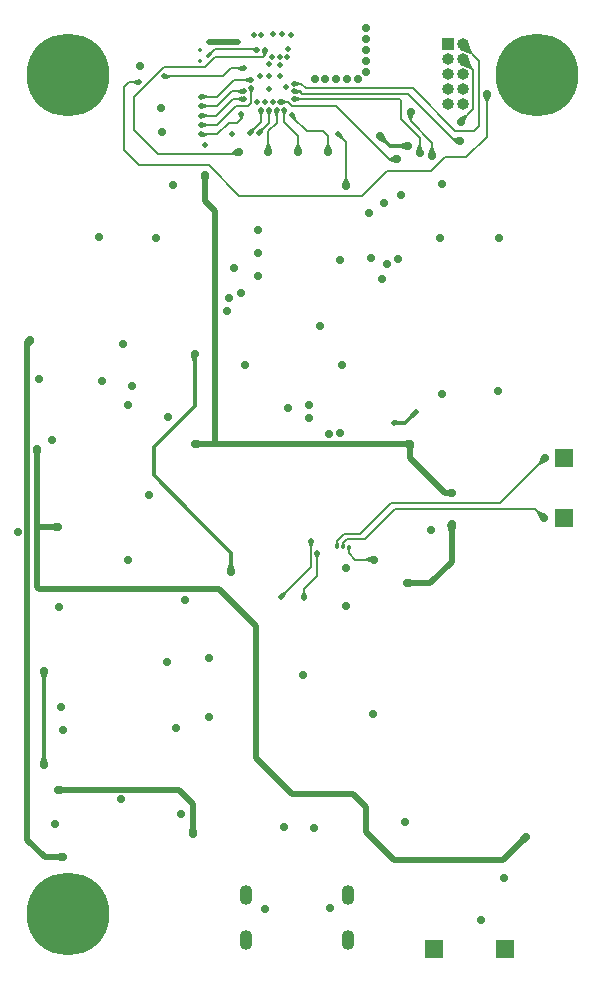
<source format=gbr>
%TF.GenerationSoftware,KiCad,Pcbnew,7.0.10-7.0.10~ubuntu22.04.1*%
%TF.CreationDate,2024-04-30T07:38:50+03:00*%
%TF.ProjectId,imu-mouse,696d752d-6d6f-4757-9365-2e6b69636164,v1*%
%TF.SameCoordinates,Original*%
%TF.FileFunction,Copper,L4,Bot*%
%TF.FilePolarity,Positive*%
%FSLAX46Y46*%
G04 Gerber Fmt 4.6, Leading zero omitted, Abs format (unit mm)*
G04 Created by KiCad (PCBNEW 7.0.10-7.0.10~ubuntu22.04.1) date 2024-04-30 07:38:50*
%MOMM*%
%LPD*%
G01*
G04 APERTURE LIST*
G04 Aperture macros list*
%AMRoundRect*
0 Rectangle with rounded corners*
0 $1 Rounding radius*
0 $2 $3 $4 $5 $6 $7 $8 $9 X,Y pos of 4 corners*
0 Add a 4 corners polygon primitive as box body*
4,1,4,$2,$3,$4,$5,$6,$7,$8,$9,$2,$3,0*
0 Add four circle primitives for the rounded corners*
1,1,$1+$1,$2,$3*
1,1,$1+$1,$4,$5*
1,1,$1+$1,$6,$7*
1,1,$1+$1,$8,$9*
0 Add four rect primitives between the rounded corners*
20,1,$1+$1,$2,$3,$4,$5,0*
20,1,$1+$1,$4,$5,$6,$7,0*
20,1,$1+$1,$6,$7,$8,$9,0*
20,1,$1+$1,$8,$9,$2,$3,0*%
G04 Aperture macros list end*
%TA.AperFunction,ComponentPad*%
%ADD10RoundRect,0.250000X-0.550000X-0.550000X0.550000X-0.550000X0.550000X0.550000X-0.550000X0.550000X0*%
%TD*%
%TA.AperFunction,ComponentPad*%
%ADD11C,7.000000*%
%TD*%
%TA.AperFunction,ComponentPad*%
%ADD12O,1.100000X1.700000*%
%TD*%
%TA.AperFunction,ComponentPad*%
%ADD13R,1.000000X1.000000*%
%TD*%
%TA.AperFunction,ComponentPad*%
%ADD14O,1.000000X1.000000*%
%TD*%
%TA.AperFunction,ViaPad*%
%ADD15C,0.700000*%
%TD*%
%TA.AperFunction,ViaPad*%
%ADD16C,0.500000*%
%TD*%
%TA.AperFunction,ViaPad*%
%ADD17C,0.350000*%
%TD*%
%TA.AperFunction,Conductor*%
%ADD18C,0.500000*%
%TD*%
%TA.AperFunction,Conductor*%
%ADD19C,0.300000*%
%TD*%
%TA.AperFunction,Conductor*%
%ADD20C,0.200000*%
%TD*%
G04 APERTURE END LIST*
D10*
%TO.P,J2,1,Pin_1*%
%TO.N,GND*%
X112000000Y-201680000D03*
%TD*%
D11*
%TO.P,H1,1,1*%
%TO.N,unconnected-(H1-Pad1)*%
X75000000Y-127680000D03*
%TD*%
D10*
%TO.P,J1,1,Pin_1*%
%TO.N,+BATT*%
X106000000Y-201680000D03*
%TD*%
D12*
%TO.P,J3,S1,SHIELD*%
%TO.N,GND*%
X90135024Y-197109206D03*
X90135024Y-200909206D03*
X98775024Y-197109206D03*
X98775024Y-200909206D03*
%TD*%
D11*
%TO.P,H3,1,1*%
%TO.N,unconnected-(H3-Pad1)*%
X114700000Y-127670000D03*
%TD*%
D13*
%TO.P,J4,1,VTref*%
%TO.N,+1V8*%
X107170000Y-125080000D03*
D14*
%TO.P,J4,2,SWDIO/TMS*%
%TO.N,/SWD-SWDIO*%
X108440000Y-125080000D03*
%TO.P,J4,3,GND*%
%TO.N,GND*%
X107170000Y-126350000D03*
%TO.P,J4,4,SWCLK/TCK*%
%TO.N,/SWD-SWCLK*%
X108440000Y-126350000D03*
%TO.P,J4,5,GND*%
%TO.N,GND*%
X107170000Y-127620000D03*
%TO.P,J4,6,SWO/TDO*%
%TO.N,/SWD-SWO*%
X108440000Y-127620000D03*
%TO.P,J4,7,KEY*%
%TO.N,unconnected-(J4-KEY-Pad7)*%
X107170000Y-128890000D03*
%TO.P,J4,8,NC/TDI*%
%TO.N,unconnected-(J4-NC{slash}TDI-Pad8)*%
X108440000Y-128890000D03*
%TO.P,J4,9,GNDDetect*%
%TO.N,GND*%
X107170000Y-130160000D03*
%TO.P,J4,10,~{RESET}*%
%TO.N,/~{RESET}*%
X108440000Y-130160000D03*
%TD*%
D10*
%TO.P,J5,1,Pin_1*%
%TO.N,/SWD-BHI_JTAG_DIO*%
X117000000Y-165180000D03*
%TD*%
%TO.P,J6,1,Pin_1*%
%TO.N,/SWD-BHI_JTAG_CLK*%
X117000000Y-160100000D03*
%TD*%
D11*
%TO.P,H2,1,1*%
%TO.N,unconnected-(H2-Pad1)*%
X75000000Y-198680000D03*
%TD*%
D15*
%TO.N,+BATT*%
X74200000Y-165960000D03*
X72400000Y-159300000D03*
X113800000Y-192200000D03*
%TO.N,GND*%
X100260000Y-123660000D03*
X77880000Y-153570000D03*
X111930000Y-195680000D03*
X74420000Y-181170000D03*
X110000000Y-199200000D03*
X80140000Y-155640000D03*
X98550000Y-172650000D03*
X105800000Y-166180000D03*
X106530000Y-141500000D03*
X81090000Y-126940000D03*
D16*
X90790000Y-124290000D03*
D15*
X82950000Y-132500000D03*
X98642500Y-127980000D03*
D16*
X92390000Y-124190000D03*
D15*
X91705024Y-198264976D03*
X99555000Y-127980000D03*
D16*
X93630000Y-125480000D03*
D15*
X80080000Y-168730000D03*
X106700000Y-154700000D03*
X84560000Y-190270000D03*
X87000000Y-182060000D03*
X98260000Y-152200000D03*
X95905000Y-127980000D03*
X100820000Y-181800000D03*
X97205024Y-198195024D03*
X72560000Y-153370000D03*
X82900000Y-130450000D03*
X103590000Y-190930000D03*
X86970000Y-176990000D03*
X100260000Y-125520000D03*
X82510000Y-141480000D03*
X93340000Y-191370000D03*
X74250000Y-172750000D03*
X100260000Y-124590000D03*
D16*
X93890000Y-124290000D03*
D15*
X77700000Y-141390000D03*
X95860000Y-191400000D03*
X111530000Y-141510000D03*
X80460000Y-154010000D03*
D16*
X92990000Y-126170000D03*
D15*
X79710000Y-150460000D03*
D16*
X92030000Y-126720000D03*
D15*
X111430000Y-154440000D03*
X79500000Y-188970000D03*
D16*
X92060000Y-127780000D03*
D15*
X98610000Y-169410000D03*
D16*
X92340000Y-126140000D03*
D15*
X73920000Y-191080000D03*
X74580000Y-183150000D03*
D16*
X93190000Y-124190000D03*
D15*
X96817500Y-127980000D03*
D16*
X92020000Y-128890000D03*
D15*
X100260000Y-127380000D03*
X83480000Y-156620000D03*
D16*
X92980000Y-127770000D03*
D15*
X97730000Y-127980000D03*
D16*
X91300000Y-127770000D03*
D15*
X73650000Y-158590000D03*
X94910000Y-178460000D03*
X90060000Y-152220000D03*
D16*
X93600000Y-126110000D03*
X92990000Y-126850000D03*
X91390000Y-124290000D03*
D15*
X100260000Y-126450000D03*
%TO.N,VBUS*%
X85750000Y-151300000D03*
X88850000Y-169750000D03*
%TO.N,VS*%
X71800000Y-150100000D03*
X74600000Y-193900000D03*
D16*
%TO.N,+1V8*%
X86950000Y-124850000D03*
D15*
X107510000Y-165720000D03*
D16*
X89430000Y-124900000D03*
D15*
X107530000Y-163040000D03*
X86600000Y-136100000D03*
X104000000Y-158900000D03*
X85800000Y-158900000D03*
X103700000Y-170700000D03*
%TO.N,+3.3V*%
X85600000Y-191900000D03*
X74200000Y-188200000D03*
D16*
%TO.N,/BAT_MON_EN*%
X92038000Y-130600000D03*
X91190000Y-132540000D03*
D15*
X81910000Y-163250000D03*
%TO.N,/LED_R*%
X103240000Y-137830000D03*
X84950000Y-172150000D03*
X104050000Y-130770000D03*
D16*
X92363000Y-129950000D03*
D15*
X105855000Y-134495000D03*
D16*
%TO.N,/LED_G*%
X93013000Y-129950000D03*
D15*
X100520000Y-139390000D03*
X83400000Y-177350000D03*
X102900000Y-134770000D03*
%TO.N,/LED_B*%
X84150000Y-182950000D03*
X104810000Y-134310000D03*
X101790000Y-138480000D03*
D16*
X94175000Y-129710000D03*
D15*
%TO.N,/~{BUTTON1}*%
X83910000Y-136950000D03*
X92000000Y-134200000D03*
D16*
X92688000Y-130600000D03*
%TO.N,/~{BUTTON2}*%
X93338000Y-130600000D03*
D15*
X106700000Y-136930000D03*
X94500000Y-134200000D03*
D16*
%TO.N,/~{BUTTON3}*%
X93990000Y-131030000D03*
D15*
X97050000Y-134200000D03*
X96380000Y-148930000D03*
D16*
%TO.N,/BAT_MON*%
X91388000Y-130600000D03*
D15*
X70820000Y-166400000D03*
D16*
X90440000Y-132540000D03*
D15*
%TO.N,/~{RESET BHI360}*%
X91150000Y-140750000D03*
D16*
X93530000Y-128720000D03*
D17*
X98840000Y-167600000D03*
D15*
X98550000Y-137070000D03*
X91120000Y-142730000D03*
X100960000Y-168700000D03*
D16*
X97880000Y-132640000D03*
%TO.N,/~{BMA456_CS}*%
X91063000Y-129950000D03*
D15*
X102960000Y-143240000D03*
D16*
%TO.N,/BHI360_INT*%
X86300000Y-131100000D03*
X89900000Y-129710000D03*
D15*
X89640000Y-146140000D03*
X93630000Y-155900000D03*
%TO.N,/BHI360_MISO*%
X95400000Y-156710000D03*
D16*
X86300000Y-129500000D03*
X90550000Y-128085000D03*
D15*
X88510000Y-147630000D03*
D16*
%TO.N,/BHI360_MOSI*%
X86300000Y-131900000D03*
X90550000Y-128735000D03*
D15*
X95410000Y-155610000D03*
X89090000Y-144050000D03*
D16*
%TO.N,/BHI360_CLK*%
X86300000Y-130300000D03*
D15*
X88690000Y-146550000D03*
D16*
X89900000Y-129060000D03*
D15*
X97110000Y-158070000D03*
%TO.N,/BMA456_MISO*%
X101600000Y-144970000D03*
D17*
X86200000Y-125510000D03*
D15*
%TO.N,/BMA456_MOSI*%
X100700000Y-143160000D03*
D17*
X86200000Y-126500000D03*
%TO.N,/BMA456_CLK*%
X86880000Y-126060000D03*
D15*
X102020000Y-143680000D03*
D16*
X91063000Y-125570000D03*
%TO.N,/BMA456_INT1*%
X102600000Y-157100000D03*
D15*
X98100000Y-143350000D03*
D16*
X91713000Y-129950000D03*
X86600000Y-133630000D03*
X104460000Y-156240000D03*
X88940000Y-132640000D03*
%TO.N,/BHI360_CS*%
X86300000Y-132700000D03*
X89720000Y-130960000D03*
D15*
X91150000Y-144720000D03*
X98060000Y-157970000D03*
D16*
%TO.N,Net-(U6-ASDX)*%
X93060000Y-171870000D03*
X95610000Y-167120000D03*
%TO.N,Net-(U6-ASCX)*%
X95000000Y-171920000D03*
X96100000Y-168100000D03*
%TO.N,/SWD-SWDIO*%
X94175000Y-128410000D03*
%TO.N,/SWD-SWCLK*%
X94175000Y-129060000D03*
D15*
X108250000Y-133230000D03*
X108270000Y-131610000D03*
D16*
%TO.N,/SWD-SWO*%
X81010000Y-128280000D03*
X83160000Y-127780000D03*
D15*
X110510000Y-129280000D03*
D16*
X89900000Y-127110000D03*
D17*
%TO.N,/SWD-BHI_JTAG_DIO*%
X98340000Y-167600000D03*
D15*
X115340000Y-165170000D03*
%TO.N,/SWD-BHI_JTAG_CLK*%
X115400000Y-160100000D03*
D17*
X97837500Y-167600000D03*
D15*
%TO.N,Net-(U1-S)*%
X73000000Y-186100000D03*
X73000000Y-178100000D03*
%TO.N,/~{RESET}*%
X89500000Y-134200000D03*
D16*
X91713000Y-125570000D03*
D15*
X103840000Y-133680000D03*
X101450000Y-132840000D03*
%TD*%
D18*
%TO.N,+BATT*%
X72400000Y-165960000D02*
X72400000Y-159300000D01*
X72400000Y-171050000D02*
X72400000Y-165960000D01*
X72400000Y-165960000D02*
X74200000Y-165960000D01*
X111900000Y-194100000D02*
X102650000Y-194100000D01*
X113800000Y-192200000D02*
X111900000Y-194100000D01*
X100300000Y-191750000D02*
X100300000Y-189650000D01*
X90950000Y-174300000D02*
X87850000Y-171200000D01*
X87850000Y-171200000D02*
X72550000Y-171200000D01*
X99200000Y-188550000D02*
X94000000Y-188550000D01*
X72550000Y-171200000D02*
X72400000Y-171050000D01*
X102650000Y-194100000D02*
X100300000Y-191750000D01*
X100300000Y-189650000D02*
X99200000Y-188550000D01*
X94000000Y-188550000D02*
X90950000Y-185500000D01*
X90950000Y-185500000D02*
X90950000Y-174300000D01*
D19*
%TO.N,VBUS*%
X85750000Y-155700000D02*
X82300000Y-159150000D01*
X88850000Y-168100000D02*
X88850000Y-169750000D01*
X85550000Y-164800000D02*
X88850000Y-168100000D01*
X85750000Y-151300000D02*
X85750000Y-155700000D01*
X82300000Y-161550000D02*
X85550000Y-164800000D01*
X88850000Y-169750000D02*
X88850000Y-169800000D01*
X82300000Y-159150000D02*
X82300000Y-161550000D01*
D18*
%TO.N,VS*%
X71600000Y-192400000D02*
X73100000Y-193900000D01*
X71600000Y-150300000D02*
X71600000Y-192400000D01*
X71800000Y-150100000D02*
X71600000Y-150300000D01*
X73100000Y-193900000D02*
X74600000Y-193900000D01*
%TO.N,+1V8*%
X87500000Y-139200000D02*
X86600000Y-138300000D01*
X103700000Y-170700000D02*
X105700000Y-170700000D01*
X105700000Y-170700000D02*
X107510000Y-168890000D01*
D19*
X87000000Y-124900000D02*
X86950000Y-124850000D01*
D18*
X107510000Y-168890000D02*
X107510000Y-165720000D01*
X104000000Y-160080000D02*
X104000000Y-158900000D01*
X87500000Y-158900000D02*
X87500000Y-139200000D01*
X107530000Y-163040000D02*
X106960000Y-163040000D01*
X89430000Y-124900000D02*
X87000000Y-124900000D01*
X106960000Y-163040000D02*
X104000000Y-160080000D01*
X87500000Y-158900000D02*
X104000000Y-158900000D01*
X86600000Y-138300000D02*
X86600000Y-136100000D01*
X85800000Y-158900000D02*
X87500000Y-158900000D01*
%TO.N,+3.3V*%
X74200000Y-188200000D02*
X84400000Y-188200000D01*
X84400000Y-188200000D02*
X85600000Y-189400000D01*
X85600000Y-189400000D02*
X85600000Y-191900000D01*
D20*
%TO.N,/BAT_MON_EN*%
X92038000Y-130600000D02*
X92038000Y-131712000D01*
X92038000Y-131712000D02*
X91200000Y-132550000D01*
%TO.N,/LED_R*%
X104050000Y-131600000D02*
X104050000Y-130770000D01*
X105855000Y-133405000D02*
X104050000Y-131600000D01*
X105855000Y-134495000D02*
X105855000Y-133405000D01*
%TO.N,/LED_G*%
X97730000Y-130270000D02*
X94020000Y-130270000D01*
X93700000Y-129950000D02*
X93013000Y-129950000D01*
X94020000Y-130270000D02*
X93700000Y-129950000D01*
X102230000Y-134770000D02*
X97730000Y-130270000D01*
X102900000Y-134770000D02*
X102230000Y-134770000D01*
%TO.N,/LED_B*%
X104810000Y-134310000D02*
X104810000Y-132960000D01*
X103250000Y-131400000D02*
X103250000Y-129850000D01*
X103110000Y-129710000D02*
X94175000Y-129710000D01*
X104810000Y-132960000D02*
X103250000Y-131400000D01*
X103250000Y-129850000D02*
X103110000Y-129710000D01*
%TO.N,/~{BUTTON1}*%
X92688000Y-130600000D02*
X92688000Y-131712000D01*
X92000000Y-132400000D02*
X92000000Y-134200000D01*
X92688000Y-131712000D02*
X92000000Y-132400000D01*
%TO.N,/~{BUTTON2}*%
X93338000Y-131688000D02*
X94500000Y-132850000D01*
X93338000Y-130600000D02*
X93338000Y-131688000D01*
X94500000Y-132850000D02*
X94500000Y-134200000D01*
%TO.N,/~{BUTTON3}*%
X97050000Y-132850000D02*
X97050000Y-134200000D01*
X94000000Y-131200000D02*
X95250000Y-132450000D01*
X96650000Y-132450000D02*
X97050000Y-132850000D01*
X94000000Y-131040000D02*
X94000000Y-131200000D01*
X95250000Y-132450000D02*
X96650000Y-132450000D01*
%TO.N,/BAT_MON*%
X91388000Y-131612000D02*
X90450000Y-132550000D01*
X91388000Y-130600000D02*
X91388000Y-131612000D01*
%TO.N,/~{RESET BHI360}*%
X100960000Y-168700000D02*
X99370000Y-168700000D01*
X99370000Y-168700000D02*
X98840000Y-168170000D01*
X98550000Y-137070000D02*
X98550000Y-133310000D01*
X98840000Y-168170000D02*
X98840000Y-167600000D01*
X98550000Y-133310000D02*
X97880000Y-132640000D01*
%TO.N,/BHI360_INT*%
X87590000Y-131100000D02*
X88990000Y-129700000D01*
X89890000Y-129700000D02*
X89900000Y-129710000D01*
X88990000Y-129700000D02*
X89890000Y-129700000D01*
X86300000Y-131100000D02*
X87590000Y-131100000D01*
%TO.N,/BHI360_MISO*%
X90550000Y-128100000D02*
X89060000Y-128100000D01*
X87660000Y-129500000D02*
X86300000Y-129500000D01*
X89060000Y-128100000D02*
X87660000Y-129500000D01*
%TO.N,/BHI360_MOSI*%
X87650000Y-131900000D02*
X89240000Y-130310000D01*
X89240000Y-130310000D02*
X90300000Y-130310000D01*
X86300000Y-131900000D02*
X87650000Y-131900000D01*
X90300000Y-130310000D02*
X90550000Y-130060000D01*
X90550000Y-130060000D02*
X90550000Y-128735000D01*
%TO.N,/BHI360_CLK*%
X88910000Y-129050000D02*
X89890000Y-129050000D01*
X86300000Y-130300000D02*
X87660000Y-130300000D01*
X89890000Y-129050000D02*
X89900000Y-129060000D01*
X87660000Y-130300000D02*
X88910000Y-129050000D01*
%TO.N,/BMA456_CLK*%
X90973000Y-125480000D02*
X91063000Y-125570000D01*
X87460000Y-125480000D02*
X90973000Y-125480000D01*
X86880000Y-126060000D02*
X87460000Y-125480000D01*
D19*
%TO.N,/BMA456_INT1*%
X104460000Y-156240000D02*
X103600000Y-157100000D01*
X103600000Y-157100000D02*
X102600000Y-157100000D01*
D20*
%TO.N,/BHI360_CS*%
X87650000Y-132700000D02*
X86250000Y-132700000D01*
X88650000Y-131700000D02*
X87650000Y-132700000D01*
X89350000Y-131700000D02*
X88650000Y-131700000D01*
X89730000Y-130970000D02*
X89730000Y-131320000D01*
X89730000Y-131320000D02*
X89350000Y-131700000D01*
%TO.N,Net-(U6-ASDX)*%
X95600000Y-167130000D02*
X95610000Y-167120000D01*
X93060000Y-171870000D02*
X95600000Y-169330000D01*
X95600000Y-169330000D02*
X95600000Y-167130000D01*
%TO.N,Net-(U6-ASCX)*%
X96100000Y-170090000D02*
X96100000Y-168100000D01*
X95000000Y-171190000D02*
X96100000Y-170090000D01*
X95000000Y-171920000D02*
X95000000Y-171190000D01*
%TO.N,/SWD-SWDIO*%
X94780000Y-128410000D02*
X94790000Y-128400000D01*
X104210000Y-128800000D02*
X107810000Y-132400000D01*
X95190000Y-128800000D02*
X104210000Y-128800000D01*
X94790000Y-128400000D02*
X95190000Y-128800000D01*
X107810000Y-132400000D02*
X109450000Y-132400000D01*
X109850000Y-126490000D02*
X108440000Y-125080000D01*
X109850000Y-132000000D02*
X109850000Y-126490000D01*
X94175000Y-128410000D02*
X94780000Y-128410000D01*
X109450000Y-132400000D02*
X109850000Y-132000000D01*
%TO.N,/SWD-SWCLK*%
X108270000Y-131610000D02*
X109350000Y-130530000D01*
X107780000Y-133230000D02*
X108250000Y-133230000D01*
X103790000Y-129240000D02*
X107780000Y-133230000D01*
X94175000Y-129060000D02*
X94680000Y-129060000D01*
X94680000Y-129060000D02*
X94860000Y-129240000D01*
X109350000Y-130530000D02*
X109350000Y-127260000D01*
X94860000Y-129240000D02*
X103790000Y-129240000D01*
X109350000Y-127260000D02*
X108440000Y-126350000D01*
%TO.N,/SWD-SWO*%
X105760000Y-135830000D02*
X102010000Y-135830000D01*
X80160000Y-128280000D02*
X81010000Y-128280000D01*
X89900000Y-127110000D02*
X88800000Y-127110000D01*
X110510000Y-129280000D02*
X110510000Y-132880000D01*
X108760000Y-134630000D02*
X106960000Y-134630000D01*
X88800000Y-127110000D02*
X88130000Y-127780000D01*
X89510000Y-137880000D02*
X86940000Y-135310000D01*
X81040000Y-135310000D02*
X79760000Y-134030000D01*
X88130000Y-127780000D02*
X83160000Y-127780000D01*
X110510000Y-132880000D02*
X108760000Y-134630000D01*
X79760000Y-134030000D02*
X79760000Y-128680000D01*
X102010000Y-135830000D02*
X99960000Y-137880000D01*
X79760000Y-128680000D02*
X80160000Y-128280000D01*
X106960000Y-134630000D02*
X105760000Y-135830000D01*
X99960000Y-137880000D02*
X89510000Y-137880000D01*
X86940000Y-135310000D02*
X81040000Y-135310000D01*
%TO.N,/SWD-BHI_JTAG_DIO*%
X115340000Y-165170000D02*
X114570000Y-164400000D01*
X100140000Y-166960000D02*
X98690000Y-166960000D01*
X98690000Y-166960000D02*
X98340000Y-167310000D01*
X102700000Y-164400000D02*
X100140000Y-166960000D01*
X114570000Y-164400000D02*
X102700000Y-164400000D01*
X98340000Y-167310000D02*
X98340000Y-167600000D01*
%TO.N,/SWD-BHI_JTAG_CLK*%
X99770000Y-166550000D02*
X98440000Y-166550000D01*
X111600000Y-163900000D02*
X102420000Y-163900000D01*
X97840000Y-167150000D02*
X97837500Y-167147500D01*
X102420000Y-163900000D02*
X99770000Y-166550000D01*
X98440000Y-166550000D02*
X97840000Y-167150000D01*
X97837500Y-167147500D02*
X97837500Y-167600000D01*
X115400000Y-160100000D02*
X111600000Y-163900000D01*
D19*
%TO.N,Net-(U1-S)*%
X73000000Y-186200000D02*
X73000000Y-178100000D01*
D20*
%TO.N,/~{RESET}*%
X82615736Y-134340000D02*
X89360000Y-134340000D01*
X91713000Y-125570000D02*
X91713000Y-125987000D01*
X80600000Y-129500000D02*
X80600000Y-132324264D01*
X89360000Y-134340000D02*
X89500000Y-134200000D01*
X83150000Y-126950000D02*
X80600000Y-129500000D01*
X91560000Y-126140000D02*
X87446397Y-126140000D01*
D19*
X102290000Y-133680000D02*
X101450000Y-132840000D01*
X103840000Y-133680000D02*
X102290000Y-133680000D01*
D20*
X80600000Y-132324264D02*
X82615736Y-134340000D01*
X91713000Y-125987000D02*
X91560000Y-126140000D01*
X87446397Y-126140000D02*
X86636397Y-126950000D01*
X86636397Y-126950000D02*
X83150000Y-126950000D01*
%TD*%
%TA.AperFunction,Conductor*%
%TO.N,+BATT*%
G36*
X72736549Y-159299961D02*
G01*
X72744812Y-159303412D01*
X72748215Y-159311694D01*
X72748097Y-159313316D01*
X72651435Y-159989955D01*
X72646873Y-159997660D01*
X72639853Y-160000000D01*
X72160147Y-160000000D01*
X72151874Y-159996573D01*
X72148565Y-159989955D01*
X72051902Y-159313316D01*
X72054124Y-159304641D01*
X72061829Y-159300079D01*
X72063442Y-159299961D01*
X72400000Y-159299000D01*
X72736549Y-159299961D01*
G37*
%TD.AperFunction*%
%TD*%
%TA.AperFunction,Conductor*%
%TO.N,+BATT*%
G36*
X74195358Y-165614124D02*
G01*
X74199920Y-165621829D01*
X74200038Y-165623451D01*
X74201000Y-165960000D01*
X74201000Y-165960066D01*
X74200038Y-166296548D01*
X74196587Y-166304812D01*
X74188305Y-166308215D01*
X74186683Y-166308097D01*
X73510045Y-166211435D01*
X73502340Y-166206873D01*
X73500000Y-166199853D01*
X73500000Y-165720147D01*
X73503427Y-165711874D01*
X73510045Y-165708565D01*
X74186684Y-165611902D01*
X74195358Y-165614124D01*
G37*
%TD.AperFunction*%
%TD*%
%TA.AperFunction,Conductor*%
%TO.N,+BATT*%
G36*
X113560822Y-191960933D02*
G01*
X113562045Y-191961991D01*
X113800707Y-192199293D01*
X114038003Y-192437949D01*
X114041406Y-192446230D01*
X114037955Y-192454494D01*
X114036726Y-192455557D01*
X113489920Y-192865662D01*
X113481245Y-192867884D01*
X113474627Y-192864575D01*
X113135424Y-192525372D01*
X113131997Y-192517099D01*
X113134336Y-192510080D01*
X113544443Y-191963271D01*
X113552147Y-191958711D01*
X113560822Y-191960933D01*
G37*
%TD.AperFunction*%
%TD*%
%TA.AperFunction,Conductor*%
%TO.N,VBUS*%
G36*
X88999620Y-169053427D02*
G01*
X89002534Y-169058274D01*
X89170252Y-169605920D01*
X89169398Y-169614834D01*
X89163571Y-169620144D01*
X88854506Y-169749119D01*
X88845551Y-169749142D01*
X88845494Y-169749119D01*
X88536428Y-169620144D01*
X88530113Y-169613795D01*
X88529747Y-169605922D01*
X88697466Y-169058273D01*
X88703165Y-169051367D01*
X88708653Y-169050000D01*
X88991347Y-169050000D01*
X88999620Y-169053427D01*
G37*
%TD.AperFunction*%
%TD*%
%TA.AperFunction,Conductor*%
%TO.N,VBUS*%
G36*
X85754478Y-151300868D02*
G01*
X85968891Y-151390344D01*
X86063571Y-151429855D01*
X86069886Y-151436204D01*
X86070252Y-151444079D01*
X85902534Y-151991726D01*
X85896835Y-151998633D01*
X85891347Y-152000000D01*
X85608653Y-152000000D01*
X85600380Y-151996573D01*
X85597466Y-151991726D01*
X85429747Y-151444079D01*
X85430601Y-151435165D01*
X85436427Y-151429855D01*
X85745494Y-151300879D01*
X85754449Y-151300857D01*
X85754478Y-151300868D01*
G37*
%TD.AperFunction*%
%TD*%
%TA.AperFunction,Conductor*%
%TO.N,VS*%
G36*
X71802174Y-150099907D02*
G01*
X72095951Y-150222502D01*
X72111314Y-150228913D01*
X72117629Y-150235262D01*
X72117606Y-150244217D01*
X72117051Y-150245365D01*
X71853337Y-150723171D01*
X71846339Y-150728758D01*
X71843094Y-150729217D01*
X71363706Y-150729217D01*
X71355433Y-150725790D01*
X71352006Y-150717517D01*
X71352151Y-150715681D01*
X71426897Y-150245365D01*
X71448437Y-150109832D01*
X71453119Y-150102202D01*
X71459956Y-150099971D01*
X71797641Y-150099006D01*
X71802174Y-150099907D01*
G37*
%TD.AperFunction*%
%TD*%
%TA.AperFunction,Conductor*%
%TO.N,VS*%
G36*
X74595358Y-193554124D02*
G01*
X74599920Y-193561829D01*
X74600038Y-193563451D01*
X74601000Y-193900000D01*
X74601000Y-193900066D01*
X74600038Y-194236548D01*
X74596587Y-194244812D01*
X74588305Y-194248215D01*
X74586683Y-194248097D01*
X73910045Y-194151435D01*
X73902340Y-194146873D01*
X73900000Y-194139853D01*
X73900000Y-193660147D01*
X73903427Y-193651874D01*
X73910045Y-193648565D01*
X74586684Y-193551902D01*
X74595358Y-193554124D01*
G37*
%TD.AperFunction*%
%TD*%
%TA.AperFunction,Conductor*%
%TO.N,+1V8*%
G36*
X103713311Y-170351901D02*
G01*
X104389955Y-170448565D01*
X104397660Y-170453127D01*
X104400000Y-170460147D01*
X104400000Y-170939853D01*
X104396573Y-170948126D01*
X104389955Y-170951435D01*
X103713316Y-171048097D01*
X103704641Y-171045875D01*
X103700079Y-171038170D01*
X103699961Y-171036556D01*
X103699000Y-170700000D01*
X103699961Y-170363449D01*
X103703412Y-170355187D01*
X103711694Y-170351784D01*
X103713311Y-170351901D01*
G37*
%TD.AperFunction*%
%TD*%
%TA.AperFunction,Conductor*%
%TO.N,+1V8*%
G36*
X107846549Y-165719961D02*
G01*
X107854812Y-165723412D01*
X107858215Y-165731694D01*
X107858097Y-165733316D01*
X107761435Y-166409955D01*
X107756873Y-166417660D01*
X107749853Y-166420000D01*
X107270147Y-166420000D01*
X107261874Y-166416573D01*
X107258565Y-166409955D01*
X107161902Y-165733316D01*
X107164124Y-165724641D01*
X107171829Y-165720079D01*
X107173442Y-165719961D01*
X107510000Y-165719000D01*
X107846549Y-165719961D01*
G37*
%TD.AperFunction*%
%TD*%
%TA.AperFunction,Conductor*%
%TO.N,+1V8*%
G36*
X104336549Y-158899961D02*
G01*
X104344812Y-158903412D01*
X104348215Y-158911694D01*
X104348097Y-158913316D01*
X104251435Y-159589955D01*
X104246873Y-159597660D01*
X104239853Y-159600000D01*
X103760147Y-159600000D01*
X103751874Y-159596573D01*
X103748565Y-159589955D01*
X103651902Y-158913316D01*
X103654124Y-158904641D01*
X103661829Y-158900079D01*
X103663442Y-158899961D01*
X104000000Y-158899000D01*
X104336549Y-158899961D01*
G37*
%TD.AperFunction*%
%TD*%
%TA.AperFunction,Conductor*%
%TO.N,+1V8*%
G36*
X107525119Y-162694292D02*
G01*
X107529866Y-162701885D01*
X107530027Y-162703795D01*
X107530702Y-163038349D01*
X107529800Y-163042879D01*
X107400266Y-163353280D01*
X107393917Y-163359595D01*
X107385717Y-163359857D01*
X106709140Y-163130889D01*
X106702402Y-163124990D01*
X106701808Y-163116055D01*
X106704616Y-163111535D01*
X107042206Y-162773945D01*
X107048541Y-162770681D01*
X107516393Y-162692280D01*
X107525119Y-162694292D01*
G37*
%TD.AperFunction*%
%TD*%
%TA.AperFunction,Conductor*%
%TO.N,+1V8*%
G36*
X103995358Y-158554124D02*
G01*
X103999920Y-158561829D01*
X104000038Y-158563451D01*
X104001000Y-158900000D01*
X104001000Y-158900066D01*
X104000038Y-159236548D01*
X103996587Y-159244812D01*
X103988305Y-159248215D01*
X103986683Y-159248097D01*
X103310045Y-159151435D01*
X103302340Y-159146873D01*
X103300000Y-159139853D01*
X103300000Y-158660147D01*
X103303427Y-158651874D01*
X103310045Y-158648565D01*
X103986684Y-158551902D01*
X103995358Y-158554124D01*
G37*
%TD.AperFunction*%
%TD*%
%TA.AperFunction,Conductor*%
%TO.N,+1V8*%
G36*
X86936549Y-136099961D02*
G01*
X86944812Y-136103412D01*
X86948215Y-136111694D01*
X86948097Y-136113316D01*
X86851435Y-136789955D01*
X86846873Y-136797660D01*
X86839853Y-136800000D01*
X86360147Y-136800000D01*
X86351874Y-136796573D01*
X86348565Y-136789955D01*
X86251902Y-136113316D01*
X86254124Y-136104641D01*
X86261829Y-136100079D01*
X86263442Y-136099961D01*
X86600000Y-136099000D01*
X86936549Y-136099961D01*
G37*
%TD.AperFunction*%
%TD*%
%TA.AperFunction,Conductor*%
%TO.N,+1V8*%
G36*
X85813311Y-158551901D02*
G01*
X86489955Y-158648565D01*
X86497660Y-158653127D01*
X86500000Y-158660147D01*
X86500000Y-159139853D01*
X86496573Y-159148126D01*
X86489955Y-159151435D01*
X85813316Y-159248097D01*
X85804641Y-159245875D01*
X85800079Y-159238170D01*
X85799961Y-159236556D01*
X85799000Y-158900000D01*
X85799961Y-158563449D01*
X85803412Y-158555187D01*
X85811694Y-158551784D01*
X85813311Y-158551901D01*
G37*
%TD.AperFunction*%
%TD*%
%TA.AperFunction,Conductor*%
%TO.N,+3.3V*%
G36*
X74213311Y-187851901D02*
G01*
X74889955Y-187948565D01*
X74897660Y-187953127D01*
X74900000Y-187960147D01*
X74900000Y-188439853D01*
X74896573Y-188448126D01*
X74889955Y-188451435D01*
X74213316Y-188548097D01*
X74204641Y-188545875D01*
X74200079Y-188538170D01*
X74199961Y-188536556D01*
X74199000Y-188200000D01*
X74199961Y-187863449D01*
X74203412Y-187855187D01*
X74211694Y-187851784D01*
X74213311Y-187851901D01*
G37*
%TD.AperFunction*%
%TD*%
%TA.AperFunction,Conductor*%
%TO.N,+3.3V*%
G36*
X85848126Y-191203427D02*
G01*
X85851435Y-191210045D01*
X85948097Y-191886683D01*
X85945875Y-191895358D01*
X85938170Y-191899920D01*
X85936548Y-191900038D01*
X85600033Y-191900999D01*
X85599967Y-191900999D01*
X85263451Y-191900038D01*
X85255187Y-191896587D01*
X85251784Y-191888305D01*
X85251902Y-191886683D01*
X85348565Y-191210045D01*
X85353127Y-191202340D01*
X85360147Y-191200000D01*
X85839853Y-191200000D01*
X85848126Y-191203427D01*
G37*
%TD.AperFunction*%
%TD*%
%TA.AperFunction,Conductor*%
%TO.N,/BAT_MON_EN*%
G36*
X92259038Y-130691514D02*
G01*
X92265347Y-130697870D01*
X92265652Y-130705912D01*
X92140622Y-131091905D01*
X92134812Y-131098720D01*
X92129491Y-131100000D01*
X91946509Y-131100000D01*
X91938236Y-131096573D01*
X91935378Y-131091905D01*
X91810347Y-130705912D01*
X91811058Y-130696986D01*
X91816960Y-130691514D01*
X92033484Y-130600889D01*
X92042437Y-130600857D01*
X92259038Y-130691514D01*
G37*
%TD.AperFunction*%
%TD*%
%TA.AperFunction,Conductor*%
%TO.N,/BAT_MON_EN*%
G36*
X91486661Y-132133532D02*
G01*
X91616066Y-132262937D01*
X91619493Y-132271210D01*
X91618048Y-132276842D01*
X91425998Y-132626515D01*
X91419012Y-132632117D01*
X91411306Y-132631709D01*
X91193824Y-132542564D01*
X91187468Y-132536255D01*
X91187435Y-132536175D01*
X91098551Y-132319331D01*
X91098584Y-132310377D01*
X91104405Y-132304303D01*
X91473420Y-132131211D01*
X91482365Y-132130802D01*
X91486661Y-132133532D01*
G37*
%TD.AperFunction*%
%TD*%
%TA.AperFunction,Conductor*%
%TO.N,/LED_R*%
G36*
X104054478Y-130770868D02*
G01*
X104362769Y-130899520D01*
X104369084Y-130905869D01*
X104369146Y-130914612D01*
X104152922Y-131462594D01*
X104146698Y-131469032D01*
X104142039Y-131470000D01*
X103957961Y-131470000D01*
X103949688Y-131466573D01*
X103947078Y-131462594D01*
X103730853Y-130914612D01*
X103731004Y-130905659D01*
X103737228Y-130899520D01*
X104045494Y-130770879D01*
X104054449Y-130770857D01*
X104054478Y-130770868D01*
G37*
%TD.AperFunction*%
%TD*%
%TA.AperFunction,Conductor*%
%TO.N,/LED_R*%
G36*
X105955312Y-133798427D02*
G01*
X105957922Y-133802406D01*
X106174146Y-134350387D01*
X106173995Y-134359340D01*
X106167769Y-134365479D01*
X105859506Y-134494119D01*
X105850551Y-134494142D01*
X105850494Y-134494119D01*
X105542230Y-134365479D01*
X105535915Y-134359130D01*
X105535853Y-134350388D01*
X105752078Y-133802406D01*
X105758302Y-133795968D01*
X105762961Y-133795000D01*
X105947039Y-133795000D01*
X105955312Y-133798427D01*
G37*
%TD.AperFunction*%
%TD*%
%TA.AperFunction,Conductor*%
%TO.N,/LED_G*%
G36*
X93504906Y-129847378D02*
G01*
X93511720Y-129853187D01*
X93513000Y-129858508D01*
X93513000Y-130041491D01*
X93509573Y-130049764D01*
X93504905Y-130052622D01*
X93118912Y-130177652D01*
X93109986Y-130176941D01*
X93104514Y-130171038D01*
X93013889Y-129954515D01*
X93013857Y-129945563D01*
X93104514Y-129728960D01*
X93110870Y-129722652D01*
X93118911Y-129722347D01*
X93504906Y-129847378D01*
G37*
%TD.AperFunction*%
%TD*%
%TA.AperFunction,Conductor*%
%TO.N,/LED_G*%
G36*
X102770542Y-134457466D02*
G01*
X102770781Y-134458003D01*
X102898837Y-134766208D01*
X102898846Y-134775163D01*
X102898830Y-134775203D01*
X102770639Y-135082387D01*
X102764290Y-135088702D01*
X102755335Y-135088679D01*
X102755164Y-135088606D01*
X102153808Y-134826357D01*
X102147595Y-134819909D01*
X102147761Y-134810956D01*
X102150210Y-134807363D01*
X102278072Y-134679501D01*
X102281312Y-134677213D01*
X102754952Y-134451925D01*
X102763893Y-134451467D01*
X102770542Y-134457466D01*
G37*
%TD.AperFunction*%
%TD*%
%TA.AperFunction,Conductor*%
%TO.N,/LED_B*%
G36*
X104910312Y-133613427D02*
G01*
X104912922Y-133617406D01*
X105129146Y-134165387D01*
X105128995Y-134174340D01*
X105122769Y-134180479D01*
X104814506Y-134309119D01*
X104805551Y-134309142D01*
X104805494Y-134309119D01*
X104497230Y-134180479D01*
X104490915Y-134174130D01*
X104490853Y-134165388D01*
X104707078Y-133617406D01*
X104713302Y-133610968D01*
X104717961Y-133610000D01*
X104902039Y-133610000D01*
X104910312Y-133613427D01*
G37*
%TD.AperFunction*%
%TD*%
%TA.AperFunction,Conductor*%
%TO.N,/LED_B*%
G36*
X94666906Y-129607378D02*
G01*
X94673720Y-129613187D01*
X94675000Y-129618508D01*
X94675000Y-129801491D01*
X94671573Y-129809764D01*
X94666905Y-129812622D01*
X94280912Y-129937652D01*
X94271986Y-129936941D01*
X94266514Y-129931038D01*
X94175889Y-129714515D01*
X94175857Y-129705563D01*
X94266514Y-129488960D01*
X94272870Y-129482652D01*
X94280911Y-129482347D01*
X94666906Y-129607378D01*
G37*
%TD.AperFunction*%
%TD*%
%TA.AperFunction,Conductor*%
%TO.N,/~{BUTTON1}*%
G36*
X92909038Y-130691514D02*
G01*
X92915347Y-130697870D01*
X92915652Y-130705912D01*
X92790622Y-131091905D01*
X92784812Y-131098720D01*
X92779491Y-131100000D01*
X92596509Y-131100000D01*
X92588236Y-131096573D01*
X92585378Y-131091905D01*
X92460347Y-130705912D01*
X92461058Y-130696986D01*
X92466960Y-130691514D01*
X92683484Y-130600889D01*
X92692437Y-130600857D01*
X92909038Y-130691514D01*
G37*
%TD.AperFunction*%
%TD*%
%TA.AperFunction,Conductor*%
%TO.N,/~{BUTTON1}*%
G36*
X92100312Y-133503427D02*
G01*
X92102922Y-133507406D01*
X92319146Y-134055387D01*
X92318995Y-134064340D01*
X92312769Y-134070479D01*
X92004506Y-134199119D01*
X91995551Y-134199142D01*
X91995494Y-134199119D01*
X91687230Y-134070479D01*
X91680915Y-134064130D01*
X91680853Y-134055388D01*
X91897078Y-133507406D01*
X91903302Y-133500968D01*
X91907961Y-133500000D01*
X92092039Y-133500000D01*
X92100312Y-133503427D01*
G37*
%TD.AperFunction*%
%TD*%
%TA.AperFunction,Conductor*%
%TO.N,/~{BUTTON2}*%
G36*
X93559038Y-130691514D02*
G01*
X93565347Y-130697870D01*
X93565652Y-130705912D01*
X93440622Y-131091905D01*
X93434812Y-131098720D01*
X93429491Y-131100000D01*
X93246509Y-131100000D01*
X93238236Y-131096573D01*
X93235378Y-131091905D01*
X93110347Y-130705912D01*
X93111058Y-130696986D01*
X93116960Y-130691514D01*
X93333484Y-130600889D01*
X93342437Y-130600857D01*
X93559038Y-130691514D01*
G37*
%TD.AperFunction*%
%TD*%
%TA.AperFunction,Conductor*%
%TO.N,/~{BUTTON2}*%
G36*
X94600312Y-133503427D02*
G01*
X94602922Y-133507406D01*
X94819146Y-134055387D01*
X94818995Y-134064340D01*
X94812769Y-134070479D01*
X94504506Y-134199119D01*
X94495551Y-134199142D01*
X94495494Y-134199119D01*
X94187230Y-134070479D01*
X94180915Y-134064130D01*
X94180853Y-134055388D01*
X94397078Y-133507406D01*
X94403302Y-133500968D01*
X94407961Y-133500000D01*
X94592039Y-133500000D01*
X94600312Y-133503427D01*
G37*
%TD.AperFunction*%
%TD*%
%TA.AperFunction,Conductor*%
%TO.N,/~{BUTTON3}*%
G36*
X97150312Y-133503427D02*
G01*
X97152922Y-133507406D01*
X97369146Y-134055387D01*
X97368995Y-134064340D01*
X97362769Y-134070479D01*
X97054506Y-134199119D01*
X97045551Y-134199142D01*
X97045494Y-134199119D01*
X96737230Y-134070479D01*
X96730915Y-134064130D01*
X96730853Y-134055388D01*
X96947078Y-133507406D01*
X96953302Y-133500968D01*
X96957961Y-133500000D01*
X97142039Y-133500000D01*
X97150312Y-133503427D01*
G37*
%TD.AperFunction*%
%TD*%
%TA.AperFunction,Conductor*%
%TO.N,/~{BUTTON3}*%
G36*
X94216920Y-130939692D02*
G01*
X94223229Y-130946048D01*
X94223854Y-130948084D01*
X94311255Y-131364937D01*
X94309599Y-131373737D01*
X94308077Y-131375611D01*
X94178783Y-131504905D01*
X94170510Y-131508332D01*
X94162910Y-131505528D01*
X93822806Y-131214964D01*
X93818742Y-131206984D01*
X93821510Y-131198468D01*
X93822090Y-131197838D01*
X93987624Y-131030975D01*
X93991485Y-131028394D01*
X94207966Y-130939659D01*
X94216920Y-130939692D01*
G37*
%TD.AperFunction*%
%TD*%
%TA.AperFunction,Conductor*%
%TO.N,/BAT_MON*%
G36*
X90736661Y-132133532D02*
G01*
X90866066Y-132262937D01*
X90869493Y-132271210D01*
X90868048Y-132276842D01*
X90675998Y-132626515D01*
X90669012Y-132632117D01*
X90661306Y-132631709D01*
X90443824Y-132542564D01*
X90437468Y-132536255D01*
X90437435Y-132536175D01*
X90348551Y-132319331D01*
X90348584Y-132310377D01*
X90354405Y-132304303D01*
X90723420Y-132131211D01*
X90732365Y-132130802D01*
X90736661Y-132133532D01*
G37*
%TD.AperFunction*%
%TD*%
%TA.AperFunction,Conductor*%
%TO.N,/BAT_MON*%
G36*
X91609038Y-130691514D02*
G01*
X91615347Y-130697870D01*
X91615652Y-130705912D01*
X91490622Y-131091905D01*
X91484812Y-131098720D01*
X91479491Y-131100000D01*
X91296509Y-131100000D01*
X91288236Y-131096573D01*
X91285378Y-131091905D01*
X91160347Y-130705912D01*
X91161058Y-130696986D01*
X91166960Y-130691514D01*
X91383484Y-130600889D01*
X91392437Y-130600857D01*
X91609038Y-130691514D01*
G37*
%TD.AperFunction*%
%TD*%
%TA.AperFunction,Conductor*%
%TO.N,/~{RESET BHI360}*%
G36*
X100824340Y-168381004D02*
G01*
X100830479Y-168387230D01*
X100959119Y-168695494D01*
X100959142Y-168704449D01*
X100959119Y-168704506D01*
X100830479Y-169012769D01*
X100824130Y-169019084D01*
X100815387Y-169019146D01*
X100267406Y-168802922D01*
X100260968Y-168796698D01*
X100260000Y-168792039D01*
X100260000Y-168607960D01*
X100263427Y-168599687D01*
X100267403Y-168597078D01*
X100815388Y-168380853D01*
X100824340Y-168381004D01*
G37*
%TD.AperFunction*%
%TD*%
%TA.AperFunction,Conductor*%
%TO.N,/~{RESET BHI360}*%
G36*
X98650312Y-136373427D02*
G01*
X98652922Y-136377406D01*
X98869146Y-136925387D01*
X98868995Y-136934340D01*
X98862769Y-136940479D01*
X98554506Y-137069119D01*
X98545551Y-137069142D01*
X98545494Y-137069119D01*
X98237230Y-136940479D01*
X98230915Y-136934130D01*
X98230853Y-136925388D01*
X98447078Y-136377406D01*
X98453302Y-136370968D01*
X98457961Y-136370000D01*
X98642039Y-136370000D01*
X98650312Y-136373427D01*
G37*
%TD.AperFunction*%
%TD*%
%TA.AperFunction,Conductor*%
%TO.N,/~{RESET BHI360}*%
G36*
X98844533Y-167600906D02*
G01*
X98992709Y-167663199D01*
X98999008Y-167669565D01*
X98999607Y-167676476D01*
X98942007Y-167940791D01*
X98936897Y-167948145D01*
X98930575Y-167950000D01*
X98749425Y-167950000D01*
X98741152Y-167946573D01*
X98737993Y-167940791D01*
X98682229Y-167684904D01*
X98682105Y-167680586D01*
X98683667Y-167670724D01*
X98688345Y-167663091D01*
X98690681Y-167661773D01*
X98835466Y-167600905D01*
X98844419Y-167600859D01*
X98844533Y-167600906D01*
G37*
%TD.AperFunction*%
%TD*%
%TA.AperFunction,Conductor*%
%TO.N,/~{RESET BHI360}*%
G36*
X98109963Y-132548444D02*
G01*
X98115866Y-132553916D01*
X98300394Y-132915265D01*
X98301105Y-132924191D01*
X98298247Y-132928859D01*
X98168859Y-133058247D01*
X98160586Y-133061674D01*
X98155265Y-133060394D01*
X97885908Y-132922843D01*
X97793915Y-132875865D01*
X97788106Y-132869051D01*
X97788410Y-132861011D01*
X97877436Y-132643821D01*
X97883743Y-132637468D01*
X98101011Y-132548411D01*
X98109963Y-132548444D01*
G37*
%TD.AperFunction*%
%TD*%
%TA.AperFunction,Conductor*%
%TO.N,/BHI360_INT*%
G36*
X89803146Y-129482964D02*
G01*
X89808398Y-129488752D01*
X89899109Y-129705483D01*
X89899142Y-129714437D01*
X89899109Y-129714517D01*
X89808585Y-129930799D01*
X89802229Y-129937108D01*
X89793923Y-129937324D01*
X89409820Y-129802743D01*
X89403146Y-129796773D01*
X89401989Y-129791701D01*
X89401989Y-129608700D01*
X89405416Y-129600427D01*
X89410319Y-129597495D01*
X89794237Y-129482064D01*
X89803146Y-129482964D01*
G37*
%TD.AperFunction*%
%TD*%
%TA.AperFunction,Conductor*%
%TO.N,/BHI360_INT*%
G36*
X86791906Y-130997378D02*
G01*
X86798720Y-131003187D01*
X86800000Y-131008508D01*
X86800000Y-131191491D01*
X86796573Y-131199764D01*
X86791905Y-131202622D01*
X86405912Y-131327652D01*
X86396986Y-131326941D01*
X86391514Y-131321038D01*
X86300889Y-131104515D01*
X86300857Y-131095563D01*
X86391514Y-130878960D01*
X86397870Y-130872652D01*
X86405911Y-130872347D01*
X86791906Y-130997378D01*
G37*
%TD.AperFunction*%
%TD*%
%TA.AperFunction,Conductor*%
%TO.N,/BHI360_MISO*%
G36*
X90452790Y-127858235D02*
G01*
X90458636Y-127864321D01*
X90549109Y-128080483D01*
X90549142Y-128089437D01*
X90549109Y-128089517D01*
X90458354Y-128306352D01*
X90451998Y-128312661D01*
X90444313Y-128313075D01*
X90061436Y-128202442D01*
X90054439Y-128196853D01*
X90052984Y-128191202D01*
X90052984Y-128008194D01*
X90056411Y-127999921D01*
X90060685Y-127997199D01*
X90443845Y-127857843D01*
X90452790Y-127858235D01*
G37*
%TD.AperFunction*%
%TD*%
%TA.AperFunction,Conductor*%
%TO.N,/BHI360_MISO*%
G36*
X86791906Y-129397378D02*
G01*
X86798720Y-129403187D01*
X86800000Y-129408508D01*
X86800000Y-129591491D01*
X86796573Y-129599764D01*
X86791905Y-129602622D01*
X86405912Y-129727652D01*
X86396986Y-129726941D01*
X86391514Y-129721038D01*
X86300889Y-129504515D01*
X86300857Y-129495563D01*
X86391514Y-129278960D01*
X86397870Y-129272652D01*
X86405911Y-129272347D01*
X86791906Y-129397378D01*
G37*
%TD.AperFunction*%
%TD*%
%TA.AperFunction,Conductor*%
%TO.N,/BHI360_MOSI*%
G36*
X86791906Y-131797378D02*
G01*
X86798720Y-131803187D01*
X86800000Y-131808508D01*
X86800000Y-131991491D01*
X86796573Y-131999764D01*
X86791905Y-132002622D01*
X86405912Y-132127652D01*
X86396986Y-132126941D01*
X86391514Y-132121038D01*
X86300889Y-131904515D01*
X86300857Y-131895563D01*
X86391514Y-131678960D01*
X86397870Y-131672652D01*
X86405911Y-131672347D01*
X86791906Y-131797378D01*
G37*
%TD.AperFunction*%
%TD*%
%TA.AperFunction,Conductor*%
%TO.N,/BHI360_MOSI*%
G36*
X90771038Y-128826514D02*
G01*
X90777347Y-128832870D01*
X90777652Y-128840912D01*
X90652622Y-129226905D01*
X90646812Y-129233720D01*
X90641491Y-129235000D01*
X90458509Y-129235000D01*
X90450236Y-129231573D01*
X90447378Y-129226905D01*
X90322347Y-128840912D01*
X90323058Y-128831986D01*
X90328960Y-128826514D01*
X90545484Y-128735889D01*
X90554437Y-128735857D01*
X90771038Y-128826514D01*
G37*
%TD.AperFunction*%
%TD*%
%TA.AperFunction,Conductor*%
%TO.N,/BHI360_CLK*%
G36*
X89803146Y-128832964D02*
G01*
X89808398Y-128838752D01*
X89899109Y-129055483D01*
X89899142Y-129064437D01*
X89899109Y-129064517D01*
X89808585Y-129280799D01*
X89802229Y-129287108D01*
X89793923Y-129287324D01*
X89409820Y-129152743D01*
X89403146Y-129146773D01*
X89401989Y-129141701D01*
X89401989Y-128958700D01*
X89405416Y-128950427D01*
X89410319Y-128947495D01*
X89794237Y-128832064D01*
X89803146Y-128832964D01*
G37*
%TD.AperFunction*%
%TD*%
%TA.AperFunction,Conductor*%
%TO.N,/BHI360_CLK*%
G36*
X86791906Y-130197378D02*
G01*
X86798720Y-130203187D01*
X86800000Y-130208508D01*
X86800000Y-130391491D01*
X86796573Y-130399764D01*
X86791905Y-130402622D01*
X86405912Y-130527652D01*
X86396986Y-130526941D01*
X86391514Y-130521038D01*
X86300889Y-130304515D01*
X86300857Y-130295563D01*
X86391514Y-130078960D01*
X86397870Y-130072652D01*
X86405911Y-130072347D01*
X86791906Y-130197378D01*
G37*
%TD.AperFunction*%
%TD*%
%TA.AperFunction,Conductor*%
%TO.N,/BMA456_CLK*%
G36*
X91058540Y-125324007D02*
G01*
X91062962Y-125331794D01*
X91063052Y-125333192D01*
X91063990Y-125567625D01*
X91063083Y-125572189D01*
X90972439Y-125788759D01*
X90966083Y-125795068D01*
X90957129Y-125795035D01*
X90955838Y-125794399D01*
X90586794Y-125583369D01*
X90581313Y-125576287D01*
X90580902Y-125573212D01*
X90580902Y-125390333D01*
X90584329Y-125382060D01*
X90591155Y-125378723D01*
X91049908Y-125321629D01*
X91058540Y-125324007D01*
G37*
%TD.AperFunction*%
%TD*%
%TA.AperFunction,Conductor*%
%TO.N,/BMA456_CLK*%
G36*
X87063441Y-125748466D02*
G01*
X87191533Y-125876558D01*
X87194960Y-125884831D01*
X87193105Y-125891153D01*
X87046936Y-126118783D01*
X87039582Y-126123893D01*
X87032671Y-126123294D01*
X86883847Y-126062565D01*
X86877481Y-126056266D01*
X86877434Y-126056152D01*
X86816705Y-125907328D01*
X86816752Y-125898374D01*
X86821213Y-125893066D01*
X87048847Y-125746893D01*
X87057659Y-125745307D01*
X87063441Y-125748466D01*
G37*
%TD.AperFunction*%
%TD*%
%TA.AperFunction,Conductor*%
%TO.N,/BMA456_INT1*%
G36*
X104237890Y-156147960D02*
G01*
X104456175Y-156237435D01*
X104462531Y-156243744D01*
X104462564Y-156243824D01*
X104552038Y-156462107D01*
X104552005Y-156471061D01*
X104547700Y-156476281D01*
X104220492Y-156694301D01*
X104211707Y-156696036D01*
X104205731Y-156692837D01*
X104007162Y-156494268D01*
X104003735Y-156485995D01*
X104005698Y-156479507D01*
X104223720Y-156152297D01*
X104231158Y-156147315D01*
X104237890Y-156147960D01*
G37*
%TD.AperFunction*%
%TD*%
%TA.AperFunction,Conductor*%
%TO.N,/BMA456_INT1*%
G36*
X103090599Y-156948117D02*
G01*
X103098037Y-156953100D01*
X103100000Y-156959588D01*
X103100000Y-157240411D01*
X103096573Y-157248684D01*
X103090597Y-157251883D01*
X102705062Y-157329089D01*
X102696277Y-157327354D01*
X102691973Y-157322135D01*
X102600889Y-157104515D01*
X102600857Y-157095563D01*
X102691973Y-156877863D01*
X102698327Y-156871556D01*
X102705059Y-156870910D01*
X103090599Y-156948117D01*
G37*
%TD.AperFunction*%
%TD*%
%TA.AperFunction,Conductor*%
%TO.N,/BHI360_CS*%
G36*
X86791906Y-132597378D02*
G01*
X86798720Y-132603187D01*
X86800000Y-132608508D01*
X86800000Y-132791491D01*
X86796573Y-132799764D01*
X86791905Y-132802622D01*
X86405912Y-132927652D01*
X86396986Y-132926941D01*
X86391514Y-132921038D01*
X86300889Y-132704515D01*
X86300857Y-132695563D01*
X86391514Y-132478960D01*
X86397870Y-132472652D01*
X86405911Y-132472347D01*
X86791906Y-132597378D01*
G37*
%TD.AperFunction*%
%TD*%
%TA.AperFunction,Conductor*%
%TO.N,/BHI360_CS*%
G36*
X89725210Y-130961178D02*
G01*
X89831536Y-131005681D01*
X89938750Y-131050556D01*
X89945059Y-131056912D01*
X89945026Y-131065866D01*
X89944385Y-131067165D01*
X89710728Y-131475022D01*
X89703642Y-131480497D01*
X89694760Y-131479358D01*
X89692303Y-131477479D01*
X89563994Y-131349170D01*
X89560916Y-131343732D01*
X89491467Y-131065437D01*
X89492789Y-131056582D01*
X89498322Y-131051805D01*
X89716199Y-130961167D01*
X89725154Y-130961155D01*
X89725210Y-130961178D01*
G37*
%TD.AperFunction*%
%TD*%
%TA.AperFunction,Conductor*%
%TO.N,Net-(U6-ASDX)*%
G36*
X93348859Y-171451752D02*
G01*
X93478247Y-171581140D01*
X93481674Y-171589413D01*
X93480394Y-171594734D01*
X93295866Y-171956083D01*
X93289051Y-171961893D01*
X93281009Y-171961588D01*
X93063822Y-171872563D01*
X93057468Y-171866255D01*
X92968411Y-171648988D01*
X92968444Y-171640036D01*
X92973913Y-171634135D01*
X93335266Y-171449604D01*
X93344191Y-171448894D01*
X93348859Y-171451752D01*
G37*
%TD.AperFunction*%
%TD*%
%TA.AperFunction,Conductor*%
%TO.N,Net-(U6-ASDX)*%
G36*
X95828404Y-167210411D02*
G01*
X95830799Y-167211414D01*
X95837108Y-167217770D01*
X95837324Y-167226076D01*
X95702744Y-167610180D01*
X95696774Y-167616854D01*
X95691702Y-167618011D01*
X95508700Y-167618011D01*
X95500427Y-167614584D01*
X95497495Y-167609680D01*
X95382064Y-167225763D01*
X95382964Y-167216853D01*
X95388750Y-167211602D01*
X95605484Y-167120889D01*
X95614437Y-167120857D01*
X95828404Y-167210411D01*
G37*
%TD.AperFunction*%
%TD*%
%TA.AperFunction,Conductor*%
%TO.N,Net-(U6-ASCX)*%
G36*
X96321038Y-168191514D02*
G01*
X96327347Y-168197870D01*
X96327652Y-168205912D01*
X96202622Y-168591905D01*
X96196812Y-168598720D01*
X96191491Y-168600000D01*
X96008509Y-168600000D01*
X96000236Y-168596573D01*
X95997378Y-168591905D01*
X95872347Y-168205912D01*
X95873058Y-168196986D01*
X95878960Y-168191514D01*
X96095484Y-168100889D01*
X96104437Y-168100857D01*
X96321038Y-168191514D01*
G37*
%TD.AperFunction*%
%TD*%
%TA.AperFunction,Conductor*%
%TO.N,Net-(U6-ASCX)*%
G36*
X95099764Y-171423427D02*
G01*
X95102622Y-171428095D01*
X95227652Y-171814087D01*
X95226941Y-171823013D01*
X95221038Y-171828485D01*
X95004517Y-171919109D01*
X94995563Y-171919142D01*
X94995483Y-171919109D01*
X94778961Y-171828485D01*
X94772652Y-171822129D01*
X94772347Y-171814088D01*
X94897378Y-171428095D01*
X94903188Y-171421280D01*
X94908509Y-171420000D01*
X95091491Y-171420000D01*
X95099764Y-171423427D01*
G37*
%TD.AperFunction*%
%TD*%
%TA.AperFunction,Conductor*%
%TO.N,/SWD-SWDIO*%
G36*
X108899788Y-124893250D02*
G01*
X108906109Y-124899594D01*
X108906222Y-124899880D01*
X108973987Y-125077453D01*
X109152876Y-125546222D01*
X109215114Y-125709311D01*
X109214862Y-125718262D01*
X109212456Y-125721755D01*
X109081755Y-125852456D01*
X109073482Y-125855883D01*
X109069312Y-125855114D01*
X108687244Y-125709311D01*
X108259880Y-125546222D01*
X108253372Y-125540071D01*
X108253120Y-125531120D01*
X108253203Y-125530908D01*
X108437437Y-125083795D01*
X108443755Y-125077454D01*
X108890837Y-124893233D01*
X108899788Y-124893250D01*
G37*
%TD.AperFunction*%
%TD*%
%TA.AperFunction,Conductor*%
%TO.N,/SWD-SWDIO*%
G36*
X94666906Y-128307378D02*
G01*
X94673720Y-128313187D01*
X94675000Y-128318508D01*
X94675000Y-128501491D01*
X94671573Y-128509764D01*
X94666905Y-128512622D01*
X94280912Y-128637652D01*
X94271986Y-128636941D01*
X94266514Y-128631038D01*
X94175889Y-128414515D01*
X94175857Y-128405563D01*
X94266514Y-128188960D01*
X94272870Y-128182652D01*
X94280911Y-128182347D01*
X94666906Y-128307378D01*
G37*
%TD.AperFunction*%
%TD*%
%TA.AperFunction,Conductor*%
%TO.N,/SWD-SWCLK*%
G36*
X108699892Y-131049944D02*
G01*
X108830055Y-131180107D01*
X108833482Y-131188380D01*
X108832514Y-131193039D01*
X108597927Y-131733414D01*
X108591489Y-131739638D01*
X108582746Y-131739576D01*
X108273808Y-131612563D01*
X108267460Y-131606249D01*
X108140423Y-131297251D01*
X108140446Y-131288298D01*
X108146582Y-131282074D01*
X108686960Y-131047484D01*
X108695913Y-131047334D01*
X108699892Y-131049944D01*
G37*
%TD.AperFunction*%
%TD*%
%TA.AperFunction,Conductor*%
%TO.N,/SWD-SWCLK*%
G36*
X108115370Y-132910289D02*
G01*
X108119782Y-132915599D01*
X108247694Y-133223457D01*
X108247703Y-133232412D01*
X108245138Y-133236243D01*
X108009661Y-133470378D01*
X108001379Y-133473781D01*
X107994425Y-133471465D01*
X107557513Y-133146161D01*
X107552923Y-133138472D01*
X107555116Y-133129790D01*
X107556220Y-133128511D01*
X107685617Y-132999114D01*
X107691479Y-132995939D01*
X108106569Y-132908638D01*
X108115370Y-132910289D01*
G37*
%TD.AperFunction*%
%TD*%
%TA.AperFunction,Conductor*%
%TO.N,/SWD-SWCLK*%
G36*
X94666906Y-128957378D02*
G01*
X94673720Y-128963187D01*
X94675000Y-128968508D01*
X94675000Y-129151491D01*
X94671573Y-129159764D01*
X94666905Y-129162622D01*
X94280912Y-129287652D01*
X94271986Y-129286941D01*
X94266514Y-129281038D01*
X94175889Y-129064515D01*
X94175857Y-129055563D01*
X94266514Y-128838960D01*
X94272870Y-128832652D01*
X94280911Y-128832347D01*
X94666906Y-128957378D01*
G37*
%TD.AperFunction*%
%TD*%
%TA.AperFunction,Conductor*%
%TO.N,/SWD-SWCLK*%
G36*
X108899788Y-126163250D02*
G01*
X108906109Y-126169594D01*
X108906222Y-126169880D01*
X108973987Y-126347453D01*
X109152876Y-126816222D01*
X109215114Y-126979311D01*
X109214862Y-126988262D01*
X109212456Y-126991755D01*
X109081755Y-127122456D01*
X109073482Y-127125883D01*
X109069312Y-127125114D01*
X108687244Y-126979311D01*
X108259880Y-126816222D01*
X108253372Y-126810071D01*
X108253120Y-126801120D01*
X108253203Y-126800908D01*
X108437437Y-126353795D01*
X108443755Y-126347454D01*
X108890837Y-126163233D01*
X108899788Y-126163250D01*
G37*
%TD.AperFunction*%
%TD*%
%TA.AperFunction,Conductor*%
%TO.N,/SWD-SWO*%
G36*
X80913013Y-128053058D02*
G01*
X80918485Y-128058961D01*
X81009109Y-128275483D01*
X81009142Y-128284437D01*
X81009109Y-128284517D01*
X80918485Y-128501038D01*
X80912129Y-128507347D01*
X80904087Y-128507652D01*
X80518095Y-128382622D01*
X80511280Y-128376812D01*
X80510000Y-128371491D01*
X80510000Y-128188508D01*
X80513427Y-128180235D01*
X80518091Y-128177378D01*
X80904088Y-128052347D01*
X80913013Y-128053058D01*
G37*
%TD.AperFunction*%
%TD*%
%TA.AperFunction,Conductor*%
%TO.N,/SWD-SWO*%
G36*
X89803013Y-126883058D02*
G01*
X89808485Y-126888961D01*
X89899109Y-127105483D01*
X89899142Y-127114437D01*
X89899109Y-127114517D01*
X89808485Y-127331038D01*
X89802129Y-127337347D01*
X89794087Y-127337652D01*
X89408095Y-127212622D01*
X89401280Y-127206812D01*
X89400000Y-127201491D01*
X89400000Y-127018508D01*
X89403427Y-127010235D01*
X89408091Y-127007378D01*
X89794088Y-126882347D01*
X89803013Y-126883058D01*
G37*
%TD.AperFunction*%
%TD*%
%TA.AperFunction,Conductor*%
%TO.N,/SWD-SWO*%
G36*
X110514478Y-129280868D02*
G01*
X110822769Y-129409520D01*
X110829084Y-129415869D01*
X110829146Y-129424612D01*
X110612922Y-129972594D01*
X110606698Y-129979032D01*
X110602039Y-129980000D01*
X110417961Y-129980000D01*
X110409688Y-129976573D01*
X110407078Y-129972594D01*
X110190853Y-129424612D01*
X110191004Y-129415659D01*
X110197228Y-129409520D01*
X110505494Y-129280879D01*
X110514449Y-129280857D01*
X110514478Y-129280868D01*
G37*
%TD.AperFunction*%
%TD*%
%TA.AperFunction,Conductor*%
%TO.N,/SWD-SWO*%
G36*
X83651906Y-127677378D02*
G01*
X83658720Y-127683187D01*
X83660000Y-127688508D01*
X83660000Y-127871491D01*
X83656573Y-127879764D01*
X83651905Y-127882622D01*
X83265912Y-128007652D01*
X83256986Y-128006941D01*
X83251514Y-128001038D01*
X83160889Y-127784515D01*
X83160857Y-127775563D01*
X83251514Y-127558960D01*
X83257870Y-127552652D01*
X83265911Y-127552347D01*
X83651906Y-127677378D01*
G37*
%TD.AperFunction*%
%TD*%
%TA.AperFunction,Conductor*%
%TO.N,/SWD-BHI_JTAG_DIO*%
G36*
X114923039Y-164607485D02*
G01*
X115463415Y-164842073D01*
X115469638Y-164848510D01*
X115469576Y-164857253D01*
X115342563Y-165166191D01*
X115336248Y-165172540D01*
X115336191Y-165172563D01*
X115027253Y-165299576D01*
X115018298Y-165299553D01*
X115012073Y-165293415D01*
X114777485Y-164753039D01*
X114777334Y-164744086D01*
X114779942Y-164740109D01*
X114910108Y-164609943D01*
X114918380Y-164606517D01*
X114923039Y-164607485D01*
G37*
%TD.AperFunction*%
%TD*%
%TA.AperFunction,Conductor*%
%TO.N,/SWD-BHI_JTAG_DIO*%
G36*
X98324299Y-167209446D02*
G01*
X98450841Y-167335988D01*
X98453921Y-167341431D01*
X98497470Y-167516147D01*
X98497673Y-167520807D01*
X98496340Y-167529224D01*
X98491661Y-167536859D01*
X98489285Y-167538194D01*
X98343814Y-167598822D01*
X98334859Y-167598841D01*
X98334778Y-167598808D01*
X98188889Y-167537472D01*
X98182591Y-167531106D01*
X98182549Y-167522375D01*
X98305153Y-167213401D01*
X98311388Y-167206978D01*
X98320341Y-167206844D01*
X98324299Y-167209446D01*
G37*
%TD.AperFunction*%
%TD*%
%TA.AperFunction,Conductor*%
%TO.N,/SWD-BHI_JTAG_CLK*%
G36*
X97936348Y-167253427D02*
G01*
X97939507Y-167259209D01*
X97996717Y-167521737D01*
X97996841Y-167526060D01*
X97996510Y-167528148D01*
X97991830Y-167535782D01*
X97989488Y-167537102D01*
X97842033Y-167599093D01*
X97833079Y-167599140D01*
X97832965Y-167599093D01*
X97684790Y-167536800D01*
X97678491Y-167530434D01*
X97677892Y-167523525D01*
X97735493Y-167259208D01*
X97740603Y-167251855D01*
X97746925Y-167250000D01*
X97928075Y-167250000D01*
X97936348Y-167253427D01*
G37*
%TD.AperFunction*%
%TD*%
%TA.AperFunction,Conductor*%
%TO.N,/SWD-BHI_JTAG_CLK*%
G36*
X115087251Y-159970422D02*
G01*
X115396191Y-160097436D01*
X115402540Y-160103751D01*
X115402563Y-160103808D01*
X115529576Y-160412746D01*
X115529553Y-160421701D01*
X115523414Y-160427927D01*
X114983039Y-160662514D01*
X114974086Y-160662665D01*
X114970107Y-160660055D01*
X114839944Y-160529892D01*
X114836517Y-160521619D01*
X114837485Y-160516960D01*
X114876136Y-160427927D01*
X115072074Y-159976582D01*
X115078510Y-159970361D01*
X115087251Y-159970422D01*
G37*
%TD.AperFunction*%
%TD*%
%TA.AperFunction,Conductor*%
%TO.N,Net-(U1-S)*%
G36*
X73149620Y-185403427D02*
G01*
X73152534Y-185408274D01*
X73320252Y-185955920D01*
X73319398Y-185964834D01*
X73313571Y-185970144D01*
X73004506Y-186099119D01*
X72995551Y-186099142D01*
X72995494Y-186099119D01*
X72686428Y-185970144D01*
X72680113Y-185963795D01*
X72679747Y-185955922D01*
X72847466Y-185408273D01*
X72853165Y-185401367D01*
X72858653Y-185400000D01*
X73141347Y-185400000D01*
X73149620Y-185403427D01*
G37*
%TD.AperFunction*%
%TD*%
%TA.AperFunction,Conductor*%
%TO.N,Net-(U1-S)*%
G36*
X73004478Y-178100868D02*
G01*
X73218891Y-178190344D01*
X73313571Y-178229855D01*
X73319886Y-178236204D01*
X73320252Y-178244079D01*
X73152534Y-178791726D01*
X73146835Y-178798633D01*
X73141347Y-178800000D01*
X72858653Y-178800000D01*
X72850380Y-178796573D01*
X72847466Y-178791726D01*
X72679747Y-178244079D01*
X72680601Y-178235165D01*
X72686427Y-178229855D01*
X72995494Y-178100879D01*
X73004449Y-178100857D01*
X73004478Y-178100868D01*
G37*
%TD.AperFunction*%
%TD*%
%TA.AperFunction,Conductor*%
%TO.N,/~{RESET}*%
G36*
X89259365Y-133959338D02*
G01*
X89351192Y-134050795D01*
X89497542Y-134196556D01*
X89500986Y-134204821D01*
X89500986Y-134204878D01*
X89500039Y-134536259D01*
X89496588Y-134544523D01*
X89488306Y-134547926D01*
X89486442Y-134547771D01*
X88840495Y-134441611D01*
X88832887Y-134436888D01*
X88830692Y-134430066D01*
X88830692Y-134246184D01*
X88834119Y-134237911D01*
X88835798Y-134236519D01*
X89244521Y-133957959D01*
X89253286Y-133956132D01*
X89259365Y-133959338D01*
G37*
%TD.AperFunction*%
%TD*%
%TA.AperFunction,Conductor*%
%TO.N,/~{RESET}*%
G36*
X91718210Y-125571178D02*
G01*
X91932557Y-125660894D01*
X91938866Y-125667250D01*
X91938833Y-125676204D01*
X91938564Y-125676799D01*
X91732199Y-126101621D01*
X91725502Y-126107566D01*
X91716563Y-126107033D01*
X91713402Y-126104782D01*
X91585572Y-125976952D01*
X91582729Y-125972329D01*
X91485684Y-125676799D01*
X91485409Y-125675961D01*
X91486084Y-125667034D01*
X91492029Y-125661511D01*
X91709199Y-125571167D01*
X91718154Y-125571155D01*
X91718210Y-125571178D01*
G37*
%TD.AperFunction*%
%TD*%
%TA.AperFunction,Conductor*%
%TO.N,/~{RESET}*%
G36*
X101772504Y-132710116D02*
G01*
X101778331Y-132715426D01*
X102046981Y-133221265D01*
X102047835Y-133230179D01*
X102044921Y-133235026D01*
X101845026Y-133434921D01*
X101836753Y-133438348D01*
X101831265Y-133436981D01*
X101827386Y-133434921D01*
X101451005Y-133235026D01*
X101325426Y-133168331D01*
X101319727Y-133161424D01*
X101320092Y-133153551D01*
X101447437Y-132843806D01*
X101453748Y-132837461D01*
X101763550Y-132710093D01*
X101772504Y-132710116D01*
G37*
%TD.AperFunction*%
%TD*%
%TA.AperFunction,Conductor*%
%TO.N,/~{RESET}*%
G36*
X103704834Y-133360601D02*
G01*
X103710144Y-133366428D01*
X103839119Y-133675494D01*
X103839142Y-133684449D01*
X103839119Y-133684506D01*
X103710144Y-133993571D01*
X103703795Y-133999886D01*
X103695920Y-134000252D01*
X103148274Y-133832533D01*
X103141367Y-133826834D01*
X103140000Y-133821346D01*
X103140000Y-133538653D01*
X103143427Y-133530380D01*
X103148274Y-133527466D01*
X103695921Y-133359747D01*
X103704834Y-133360601D01*
G37*
%TD.AperFunction*%
%TD*%
M02*

</source>
